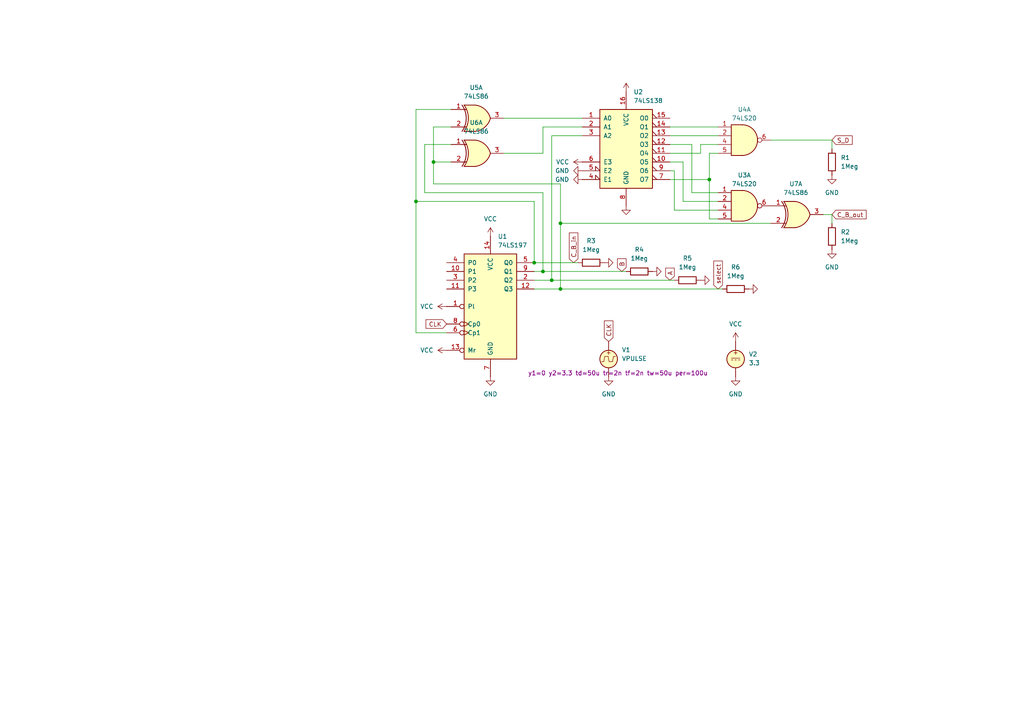
<source format=kicad_sch>
(kicad_sch (version 20250114) (generator "eeschema") (generator_version "9.0")
  (paper "A4")
  (lib_symbols
    (symbol "74xx:74LS138" (pin_names (offset 1.016))
      (property "Reference" "U" (at -7.62 11.43 0))
      (property "Value" "74LS138" (at -7.62 -13.97 0))
      (symbol "74LS138_1_0"
        (pin input line (at -12.7 7.62 0) (length 5.08) (name "A0") (number "1"))
        (pin input line (at -12.7 5.08 0) (length 5.08) (name "A1") (number "2"))
        (pin input line (at -12.7 2.54 0) (length 5.08) (name "A2") (number "3"))
        (pin input line (at -12.7 -5.08 0) (length 5.08) (name "E3") (number "6"))
        (pin input input_low (at -12.7 -7.62 0) (length 5.08) (name "E2") (number "5"))
        (pin input input_low (at -12.7 -10.16 0) (length 5.08) (name "E1") (number "4"))
        (pin power_in line (at 0 15.24 270) (length 5.08) (name "VCC") (number "16"))
        (pin power_in line (at 0 -17.78 90) (length 5.08) (name "GND") (number "8"))
        (pin output output_low (at 12.7 7.62 180) (length 5.08) (name "O0") (number "15"))
        (pin output output_low (at 12.7 5.08 180) (length 5.08) (name "O1") (number "14"))
        (pin output output_low (at 12.7 2.54 180) (length 5.08) (name "O2") (number "13"))
        (pin output output_low (at 12.7 0 180) (length 5.08) (name "O3") (number "12"))
        (pin output output_low (at 12.7 -2.54 180) (length 5.08) (name "O4") (number "11"))
        (pin output output_low (at 12.7 -5.08 180) (length 5.08) (name "O5") (number "10"))
        (pin output output_low (at 12.7 -7.62 180) (length 5.08) (name "O6") (number "9"))
        (pin output output_low (at 12.7 -10.16 180) (length 5.08) (name "O7") (number "7"))
      )
      (symbol "74LS138_1_1"
        (rectangle (start -7.62 10.16) (end 7.62 -12.7) (stroke (width 0.254)) (fill (type background)))
      )
    )
    (symbol "74xx:74LS197" (pin_names (offset 1.016))
      (property "Reference" "U" (at -7.62 16.51 0))
      (property "Value" "74LS197" (at -7.62 -16.51 0))
      (symbol "74LS197_1_0"
        (pin input line (at -12.7 12.7 0) (length 5.08) (name "P0") (number "4"))
        (pin input line (at -12.7 10.16 0) (length 5.08) (name "P1") (number "10"))
        (pin input line (at -12.7 7.62 0) (length 5.08) (name "P2") (number "3"))
        (pin input line (at -12.7 5.08 0) (length 5.08) (name "P3") (number "11"))
        (pin input inverted (at -12.7 0 0) (length 5.08) (name "Pl") (number "1"))
        (pin input inverted_clock (at -12.7 -5.08 0) (length 5.08) (name "Cp0") (number "8"))
        (pin input inverted_clock (at -12.7 -7.62 0) (length 5.08) (name "Cp1") (number "6"))
        (pin input inverted (at -12.7 -12.7 0) (length 5.08) (name "Mr") (number "13"))
        (pin power_in line (at 0 20.32 270) (length 5.08) (name "VCC") (number "14"))
        (pin power_in line (at 0 -20.32 90) (length 5.08) (name "GND") (number "7"))
        (pin output line (at 12.7 12.7 180) (length 5.08) (name "Q0") (number "5"))
        (pin output line (at 12.7 10.16 180) (length 5.08) (name "Q1") (number "9"))
        (pin output line (at 12.7 7.62 180) (length 5.08) (name "Q2") (number "2"))
        (pin output line (at 12.7 5.08 180) (length 5.08) (name "Q3") (number "12"))
      )
      (symbol "74LS197_1_1"
        (rectangle (start -7.62 15.24) (end 7.62 -15.24) (stroke (width 0.254)) (fill (type background)))
      )
    )
    (symbol "74xx:74LS20" (pin_names (offset 1.016))
      (property "Reference" "U" (at 0 1.27 0))
      (property "Value" "74LS20" (at 0 -1.27 0))
      (symbol "74LS20_1_1"
        (arc (start -0.635 4.445) (mid 3.7907 0) (end -0.635 -4.445) (stroke (width 0.254)) (fill (type background)))
        (polyline (pts (xy -0.635 4.445) (xy -3.81 4.445) (xy -3.81 -4.445) (xy -0.635 -4.445)) (stroke (width 0.254)) (fill (type background)))
        (pin input line (at -7.62 3.81 0) (length 3.81) (name "~") (number "1"))
        (pin input line (at -7.62 1.27 0) (length 3.81) (name "~") (number "2"))
        (pin input line (at -7.62 -1.27 0) (length 3.81) (name "~") (number "4"))
        (pin input line (at -7.62 -3.81 0) (length 3.81) (name "~") (number "5"))
        (pin output inverted (at 7.62 0 180) (length 3.81) (name "~") (number "6"))
      )
      (symbol "74LS20_1_2"
        (arc (start -3.81 4.445) (mid -2.5908 0) (end -3.81 -4.445) (stroke (width 0.254)))
        (polyline (pts (xy -3.81 4.445) (xy -0.635 4.445)) (stroke (width 0.254)) (fill (type background)))
        (polyline (pts (xy -3.81 -4.445) (xy -0.635 -4.445)) (stroke (width 0.254)) (fill (type background)))
        (arc (start -0.6096 4.445) (mid 2.2198 2.8385) (end 3.81 0) (stroke (width 0.254)) (fill (type background)))
        (arc (start 3.81 0) (mid 2.224 -2.8428) (end -0.6096 -4.445) (stroke (width 0.254)) (fill (type background)))
        (polyline (pts (xy -0.635 4.445) (xy -3.81 4.445) (xy -3.81 4.445) (xy -3.6322 4.0894) (xy -3.0988 2.921) (xy -2.7686 1.6764) (xy -2.6162 0.4318) (xy -2.6416 -0.8636) (xy -2.8702 -2.1082) (xy -3.2512 -3.3274) (xy -3.81 -4.445) (xy -3.81 -4.445) (xy -0.635 -4.445)) (stroke (width -25.4)) (fill (type background)))
        (pin input inverted (at -7.62 3.81 0) (length 3.81) (name "~") (number "1"))
        (pin input inverted (at -7.62 1.27 0) (length 4.826) (name "~") (number "2"))
        (pin input inverted (at -7.62 -1.27 0) (length 4.826) (name "~") (number "4"))
        (pin input inverted (at -7.62 -3.81 0) (length 3.81) (name "~") (number "5"))
        (pin output line (at 7.62 0 180) (length 3.81) (name "~") (number "6"))
      )
      (symbol "74LS20_2_1"
        (arc (start -0.635 4.445) (mid 3.7907 0) (end -0.635 -4.445) (stroke (width 0.254)) (fill (type background)))
        (polyline (pts (xy -0.635 4.445) (xy -3.81 4.445) (xy -3.81 -4.445) (xy -0.635 -4.445)) (stroke (width 0.254)) (fill (type background)))
        (pin input line (at -7.62 3.81 0) (length 3.81) (name "~") (number "9"))
        (pin input line (at -7.62 1.27 0) (length 3.81) (name "~") (number "10"))
        (pin input line (at -7.62 -1.27 0) (length 3.81) (name "~") (number "12"))
        (pin input line (at -7.62 -3.81 0) (length 3.81) (name "~") (number "13"))
        (pin output inverted (at 7.62 0 180) (length 3.81) (name "~") (number "8"))
      )
      (symbol "74LS20_2_2"
        (arc (start -3.81 4.445) (mid -2.5908 0) (end -3.81 -4.445) (stroke (width 0.254)))
        (polyline (pts (xy -3.81 4.445) (xy -0.635 4.445)) (stroke (width 0.254)) (fill (type background)))
        (polyline (pts (xy -3.81 -4.445) (xy -0.635 -4.445)) (stroke (width 0.254)) (fill (type background)))
        (arc (start -0.6096 4.445) (mid 2.2198 2.8385) (end 3.81 0) (stroke (width 0.254)) (fill (type background)))
        (arc (start 3.81 0) (mid 2.224 -2.8428) (end -0.6096 -4.445) (stroke (width 0.254)) (fill (type background)))
        (polyline (pts (xy -0.635 4.445) (xy -3.81 4.445) (xy -3.81 4.445) (xy -3.6322 4.0894) (xy -3.0988 2.921) (xy -2.7686 1.6764) (xy -2.6162 0.4318) (xy -2.6416 -0.8636) (xy -2.8702 -2.1082) (xy -3.2512 -3.3274) (xy -3.81 -4.445) (xy -3.81 -4.445) (xy -0.635 -4.445)) (stroke (width -25.4)) (fill (type background)))
        (pin input inverted (at -7.62 3.81 0) (length 3.81) (name "~") (number "9"))
        (pin input inverted (at -7.62 1.27 0) (length 4.826) (name "~") (number "10"))
        (pin input inverted (at -7.62 -1.27 0) (length 4.826) (name "~") (number "12"))
        (pin input inverted (at -7.62 -3.81 0) (length 3.81) (name "~") (number "13"))
        (pin output line (at 7.62 0 180) (length 3.81) (name "~") (number "8"))
      )
      (symbol "74LS20_3_0"
        (pin power_in line (at 0 12.7 270) (length 5.08) (name "VCC") (number "14"))
        (pin power_in line (at 0 -12.7 90) (length 5.08) (name "GND") (number "7"))
      )
      (symbol "74LS20_3_1"
        (rectangle (start -5.08 7.62) (end 5.08 -7.62) (stroke (width 0.254)) (fill (type background)))
      )
    )
    (symbol "74xx:74LS86" (pin_names (offset 1.016))
      (property "Reference" "U" (at 0 1.27 0))
      (property "Value" "74LS86" (at 0 -1.27 0))
      (symbol "74LS86_1_0"
        (arc (start -4.4196 3.81) (mid -3.2033 0) (end -4.4196 -3.81) (stroke (width 0.254)))
        (arc (start -3.81 3.81) (mid -2.589 0) (end -3.81 -3.81) (stroke (width 0.254)))
        (polyline (pts (xy -3.81 3.81) (xy -0.635 3.81)) (stroke (width 0.254)) (fill (type background)))
        (polyline (pts (xy -3.81 -3.81) (xy -0.635 -3.81)) (stroke (width 0.254)) (fill (type background)))
        (arc (start 3.81 0) (mid 2.1855 -2.584) (end -0.6096 -3.81) (stroke (width 0.254)) (fill (type background)))
        (arc (start -0.6096 3.81) (mid 2.1928 2.5924) (end 3.81 0) (stroke (width 0.254)) (fill (type background)))
        (polyline (pts (xy -0.635 3.81) (xy -3.81 3.81) (xy -3.81 3.81) (xy -3.556 3.4036) (xy -3.0226 2.2606) (xy -2.6924 1.0414) (xy -2.6162 -0.254) (xy -2.7686 -1.4986) (xy -3.175 -2.7178) (xy -3.81 -3.81) (xy -3.81 -3.81) (xy -0.635 -3.81)) (stroke (width -25.4)) (fill (type background)))
        (pin input line (at -7.62 2.54 0) (length 4.445) (name "~") (number "1"))
        (pin input line (at -7.62 -2.54 0) (length 4.445) (name "~") (number "2"))
        (pin output line (at 7.62 0 180) (length 3.81) (name "~") (number "3"))
      )
      (symbol "74LS86_1_1"
        (polyline (pts (xy -3.81 2.54) (xy -3.175 2.54)) (stroke (width 0.1524)))
        (polyline (pts (xy -3.81 -2.54) (xy -3.175 -2.54)) (stroke (width 0.1524)))
      )
      (symbol "74LS86_2_0"
        (arc (start -4.4196 3.81) (mid -3.2033 0) (end -4.4196 -3.81) (stroke (width 0.254)))
        (arc (start -3.81 3.81) (mid -2.589 0) (end -3.81 -3.81) (stroke (width 0.254)))
        (polyline (pts (xy -3.81 3.81) (xy -0.635 3.81)) (stroke (width 0.254)) (fill (type background)))
        (polyline (pts (xy -3.81 -3.81) (xy -0.635 -3.81)) (stroke (width 0.254)) (fill (type background)))
        (arc (start 3.81 0) (mid 2.1855 -2.584) (end -0.6096 -3.81) (stroke (width 0.254)) (fill (type background)))
        (arc (start -0.6096 3.81) (mid 2.1928 2.5924) (end 3.81 0) (stroke (width 0.254)) (fill (type background)))
        (polyline (pts (xy -0.635 3.81) (xy -3.81 3.81) (xy -3.81 3.81) (xy -3.556 3.4036) (xy -3.0226 2.2606) (xy -2.6924 1.0414) (xy -2.6162 -0.254) (xy -2.7686 -1.4986) (xy -3.175 -2.7178) (xy -3.81 -3.81) (xy -3.81 -3.81) (xy -0.635 -3.81)) (stroke (width -25.4)) (fill (type background)))
        (pin input line (at -7.62 2.54 0) (length 4.445) (name "~") (number "4"))
        (pin input line (at -7.62 -2.54 0) (length 4.445) (name "~") (number "5"))
        (pin output line (at 7.62 0 180) (length 3.81) (name "~") (number "6"))
      )
      (symbol "74LS86_2_1"
        (polyline (pts (xy -3.81 2.54) (xy -3.175 2.54)) (stroke (width 0.1524)))
        (polyline (pts (xy -3.81 -2.54) (xy -3.175 -2.54)) (stroke (width 0.1524)))
      )
      (symbol "74LS86_3_0"
        (arc (start -4.4196 3.81) (mid -3.2033 0) (end -4.4196 -3.81) (stroke (width 0.254)))
        (arc (start -3.81 3.81) (mid -2.589 0) (end -3.81 -3.81) (stroke (width 0.254)))
        (polyline (pts (xy -3.81 3.81) (xy -0.635 3.81)) (stroke (width 0.254)) (fill (type background)))
        (polyline (pts (xy -3.81 -3.81) (xy -0.635 -3.81)) (stroke (width 0.254)) (fill (type background)))
        (arc (start 3.81 0) (mid 2.1855 -2.584) (end -0.6096 -3.81) (stroke (width 0.254)) (fill (type background)))
        (arc (start -0.6096 3.81) (mid 2.1928 2.5924) (end 3.81 0) (stroke (width 0.254)) (fill (type background)))
        (polyline (pts (xy -0.635 3.81) (xy -3.81 3.81) (xy -3.81 3.81) (xy -3.556 3.4036) (xy -3.0226 2.2606) (xy -2.6924 1.0414) (xy -2.6162 -0.254) (xy -2.7686 -1.4986) (xy -3.175 -2.7178) (xy -3.81 -3.81) (xy -3.81 -3.81) (xy -0.635 -3.81)) (stroke (width -25.4)) (fill (type background)))
        (pin input line (at -7.62 2.54 0) (length 4.445) (name "~") (number "9"))
        (pin input line (at -7.62 -2.54 0) (length 4.445) (name "~") (number "10"))
        (pin output line (at 7.62 0 180) (length 3.81) (name "~") (number "8"))
      )
      (symbol "74LS86_3_1"
        (polyline (pts (xy -3.81 2.54) (xy -3.175 2.54)) (stroke (width 0.1524)))
        (polyline (pts (xy -3.81 -2.54) (xy -3.175 -2.54)) (stroke (width 0.1524)))
      )
      (symbol "74LS86_4_0"
        (arc (start -4.4196 3.81) (mid -3.2033 0) (end -4.4196 -3.81) (stroke (width 0.254)))
        (arc (start -3.81 3.81) (mid -2.589 0) (end -3.81 -3.81) (stroke (width 0.254)))
        (polyline (pts (xy -3.81 3.81) (xy -0.635 3.81)) (stroke (width 0.254)) (fill (type background)))
        (polyline (pts (xy -3.81 -3.81) (xy -0.635 -3.81)) (stroke (width 0.254)) (fill (type background)))
        (arc (start 3.81 0) (mid 2.1855 -2.584) (end -0.6096 -3.81) (stroke (width 0.254)) (fill (type background)))
        (arc (start -0.6096 3.81) (mid 2.1928 2.5924) (end 3.81 0) (stroke (width 0.254)) (fill (type background)))
        (polyline (pts (xy -0.635 3.81) (xy -3.81 3.81) (xy -3.81 3.81) (xy -3.556 3.4036) (xy -3.0226 2.2606) (xy -2.6924 1.0414) (xy -2.6162 -0.254) (xy -2.7686 -1.4986) (xy -3.175 -2.7178) (xy -3.81 -3.81) (xy -3.81 -3.81) (xy -0.635 -3.81)) (stroke (width -25.4)) (fill (type background)))
        (pin input line (at -7.62 2.54 0) (length 4.445) (name "~") (number "12"))
        (pin input line (at -7.62 -2.54 0) (length 4.445) (name "~") (number "13"))
        (pin output line (at 7.62 0 180) (length 3.81) (name "~") (number "11"))
      )
      (symbol "74LS86_4_1"
        (polyline (pts (xy -3.81 2.54) (xy -3.175 2.54)) (stroke (width 0.1524)))
        (polyline (pts (xy -3.81 -2.54) (xy -3.175 -2.54)) (stroke (width 0.1524)))
      )
      (symbol "74LS86_5_0"
        (pin power_in line (at 0 12.7 270) (length 5.08) (name "VCC") (number "14"))
        (pin power_in line (at 0 -12.7 90) (length 5.08) (name "GND") (number "7"))
      )
      (symbol "74LS86_5_1"
        (rectangle (start -5.08 7.62) (end 5.08 -7.62) (stroke (width 0.254)) (fill (type background)))
      )
    )
    (symbol "Device:R" (pin_numbers (hide yes)) (pin_names (offset 0))
      (property "Reference" "R" (at 2.032 0 90))
      (property "Value" "R" (at 0 0 90))
      (symbol "R_0_1"
        (rectangle (start -1.016 -2.54) (end 1.016 2.54) (stroke (width 0.254)))
      )
      (symbol "R_1_1"
        (pin passive line (at 0 3.81 270) (length 1.27) (name "~") (number "1"))
        (pin passive line (at 0 -3.81 90) (length 1.27) (name "~") (number "2"))
      )
    )
    (symbol "Simulation_SPICE:VDC" (pin_numbers (hide yes)) (pin_names (offset 0.0254))
      (property "Reference" "V" (at 2.54 2.54 0))
      (property "Value" "1" (at 2.54 0 0))
      (symbol "VDC_0_0"
        (polyline (pts (xy -1.27 0.254) (xy 1.27 0.254)))
        (polyline (pts (xy -0.762 -0.254) (xy -1.27 -0.254)))
        (polyline (pts (xy 0.254 -0.254) (xy -0.254 -0.254)))
        (polyline (pts (xy 1.27 -0.254) (xy 0.762 -0.254)))
        (text "+" (at 0 1.905 0) (effects (font (size 1.27 1.27))))
      )
      (symbol "VDC_0_1"
        (circle (center 0 0) (radius 2.54) (stroke (width 0.254)) (fill (type background)))
      )
      (symbol "VDC_1_1"
        (pin passive line (at 0 5.08 270) (length 2.54) (name "~") (number "1"))
        (pin passive line (at 0 -5.08 90) (length 2.54) (name "~") (number "2"))
      )
    )
    (symbol "Simulation_SPICE:VPULSE" (pin_numbers (hide yes)) (pin_names (offset 0.0254))
      (property "Reference" "V" (at 2.54 2.54 0))
      (property "Value" "VPULSE" (at 2.54 0 0))
      (property "Sim.Params" "y1=0 y2=1 td=2n tr=2n tf=2n tw=50n per=100n" (at 2.54 -2.54 0))
      (symbol "VPULSE_0_0"
        (polyline (pts (xy -2.032 -0.762) (xy -1.397 -0.762) (xy -1.143 0.762) (xy -0.127 0.762) (xy 0.127 -0.762) (xy 1.143 -0.762) (xy 1.397 0.762) (xy 2.032 0.762)))
        (text "+" (at 0 1.905 0) (effects (font (size 1.27 1.27))))
      )
      (symbol "VPULSE_0_1"
        (circle (center 0 0) (radius 2.54) (stroke (width 0.254)) (fill (type background)))
      )
      (symbol "VPULSE_1_1"
        (pin passive line (at 0 5.08 270) (length 2.54) (name "~") (number "1"))
        (pin passive line (at 0 -5.08 90) (length 2.54) (name "~") (number "2"))
      )
    )
    (symbol "power:GND" (power) (pin_numbers (hide yes)) (pin_names (offset 0) (hide yes))
      (property "Value" "GND" (at 0 -3.81 0))
      (symbol "GND_0_1"
        (polyline (pts (xy 0 0) (xy 0 -1.27) (xy 1.27 -1.27) (xy 0 -2.54) (xy -1.27 -1.27) (xy 0 -1.27)))
      )
      (symbol "GND_1_1"
        (pin power_in line (at 0 0 270) (length 0) (name "~") (number "1"))
      )
    )
    (symbol "power:VCC" (power) (pin_numbers (hide yes)) (pin_names (offset 0) (hide yes))
      (property "Value" "VCC" (at 0 3.556 0))
      (symbol "VCC_0_1"
        (polyline (pts (xy -0.762 1.27) (xy 0 2.54)))
        (polyline (pts (xy 0 2.54) (xy 0.762 1.27)))
        (polyline (pts (xy 0 0) (xy 0 2.54)))
      )
      (symbol "VCC_1_1"
        (pin power_in line (at 0 0 90) (length 0) (name "~") (number "1"))
      )
    )
  )
  (junction (at 162.56 83.82))
  (junction (at 205.74 52.07))
  (junction (at 157.48 78.74))
  (junction (at 162.56 64.77))
  (junction (at 125.73 46.99))
  (junction (at 120.65 58.42))
  (junction (at 160.02 81.28))
  (junction (at 154.94 76.2))
  (wire (pts (xy 160.02 81.28) (xy 195.58 81.28)))
  (wire (pts (xy 205.74 52.07) (xy 205.74 63.5)))
  (wire (pts (xy 146.05 34.29) (xy 168.91 34.29)))
  (wire (pts (xy 241.3 64.77) (xy 241.3 62.23)))
  (wire (pts (xy 125.73 46.99) (xy 125.73 53.34)))
  (wire (pts (xy 120.65 58.42) (xy 154.94 58.42)))
  (wire (pts (xy 157.48 44.45) (xy 157.48 36.83)))
  (wire (pts (xy 194.31 44.45) (xy 203.2 44.45)))
  (wire (pts (xy 205.74 63.5) (xy 208.28 63.5)))
  (wire (pts (xy 130.81 36.83) (xy 125.73 36.83)))
  (wire (pts (xy 162.56 83.82) (xy 209.55 83.82)))
  (wire (pts (xy 198.12 46.99) (xy 198.12 58.42)))
  (wire (pts (xy 123.19 55.88) (xy 123.19 41.91)))
  (wire (pts (xy 203.2 44.45) (xy 203.2 41.91)))
  (wire (pts (xy 160.02 39.37) (xy 160.02 81.28)))
  (wire (pts (xy 157.48 55.88) (xy 123.19 55.88)))
  (wire (pts (xy 241.3 43.18) (xy 241.3 40.64)))
  (wire (pts (xy 125.73 53.34) (xy 162.56 53.34)))
  (wire (pts (xy 157.48 78.74) (xy 157.48 55.88)))
  (wire (pts (xy 160.02 81.28) (xy 154.94 81.28)))
  (wire (pts (xy 200.66 55.88) (xy 208.28 55.88)))
  (wire (pts (xy 154.94 78.74) (xy 157.48 78.74)))
  (wire (pts (xy 194.31 41.91) (xy 200.66 41.91)))
  (wire (pts (xy 157.48 44.45) (xy 146.05 44.45)))
  (wire (pts (xy 162.56 64.77) (xy 162.56 83.82)))
  (wire (pts (xy 194.31 39.37) (xy 208.28 39.37)))
  (wire (pts (xy 241.3 62.23) (xy 238.76 62.23)))
  (wire (pts (xy 203.2 41.91) (xy 208.28 41.91)))
  (wire (pts (xy 168.91 39.37) (xy 160.02 39.37)))
  (wire (pts (xy 194.31 49.53) (xy 195.58 49.53)))
  (wire (pts (xy 198.12 58.42) (xy 208.28 58.42)))
  (wire (pts (xy 194.31 46.99) (xy 198.12 46.99)))
  (wire (pts (xy 154.94 76.2) (xy 154.94 58.42)))
  (wire (pts (xy 205.74 44.45) (xy 208.28 44.45)))
  (wire (pts (xy 125.73 36.83) (xy 125.73 46.99)))
  (wire (pts (xy 123.19 41.91) (xy 130.81 41.91)))
  (wire (pts (xy 194.31 36.83) (xy 208.28 36.83)))
  (wire (pts (xy 200.66 41.91) (xy 200.66 55.88)))
  (wire (pts (xy 130.81 46.99) (xy 125.73 46.99)))
  (wire (pts (xy 157.48 78.74) (xy 181.61 78.74)))
  (wire (pts (xy 120.65 96.52) (xy 129.54 96.52)))
  (wire (pts (xy 241.3 40.64) (xy 223.52 40.64)))
  (wire (pts (xy 195.58 60.96) (xy 208.28 60.96)))
  (wire (pts (xy 162.56 53.34) (xy 162.56 64.77)))
  (wire (pts (xy 162.56 64.77) (xy 223.52 64.77)))
  (wire (pts (xy 157.48 36.83) (xy 168.91 36.83)))
  (wire (pts (xy 120.65 31.75) (xy 130.81 31.75)))
  (wire (pts (xy 120.65 58.42) (xy 120.65 31.75)))
  (wire (pts (xy 205.74 52.07) (xy 205.74 44.45)))
  (wire (pts (xy 195.58 49.53) (xy 195.58 60.96)))
  (wire (pts (xy 120.65 58.42) (xy 120.65 96.52)))
  (wire (pts (xy 154.94 83.82) (xy 162.56 83.82)))
  (wire (pts (xy 194.31 52.07) (xy 205.74 52.07)))
  (wire (pts (xy 154.94 76.2) (xy 167.64 76.2)))
  (global_label "S_D" (shape input) (at 241.3 40.64 0) (property "Intersheetrefs" "${INTERSHEET_REFS}" (effects (hide yes))))
  (global_label "CLK" (shape input) (at 176.53 99.06 90) (property "Intersheetrefs" "${INTERSHEET_REFS}" (effects (hide yes))))
  (global_label "C_B_out" (shape input) (at 241.3 62.23 0) (property "Intersheetrefs" "${INTERSHEET_REFS}" (effects (hide yes))))
  (global_label "C_B_in" (shape input) (at 166.37 76.2 90) (property "Intersheetrefs" "${INTERSHEET_REFS}" (effects (hide yes))))
  (global_label "A" (shape input) (at 194.31 81.28 90) (property "Intersheetrefs" "${INTERSHEET_REFS}" (effects (hide yes))))
  (global_label "B" (shape input) (at 180.34 78.74 90) (property "Intersheetrefs" "${INTERSHEET_REFS}" (effects (hide yes))))
  (global_label "select" (shape input) (at 208.28 83.82 90) (property "Intersheetrefs" "${INTERSHEET_REFS}" (effects (hide yes))))
  (global_label "CLK" (shape input) (at 129.54 93.98 180) (property "Intersheetrefs" "${INTERSHEET_REFS}" (effects (hide yes))))
  (symbol (lib_id "Device:R") (at 171.45 76.2 90) (unit 1)
    (property "Reference" "R3" (at 171.45 69.85 90))
    (property "Value" "1Meg" (at 171.45 72.39 90))
    (property "Description" "Resistor" (effects (hide yes)))
  )
  (symbol (lib_id "power:VCC") (at 142.24 68.58 0) (unit 1)
    (property "Reference" "#PWR01" (effects (hide yes)))
    (property "Value" "VCC" (at 142.24 63.5 0))
    (property "Description" "Power symbol creates a global label with name \"VCC\"" (effects (hide yes)))
  )
  (symbol (lib_id "74xx:74LS138") (at 181.61 41.91 0) (unit 1)
    (property "Reference" "U2" (at 183.7533 26.67 0) (effects (justify left)))
    (property "Value" "74LS138" (at 183.7533 29.21 0) (effects (justify left)))
    (property "Datasheet" "http://www.ti.com/lit/gpn/sn74LS138" (effects (hide yes)))
    (property "Description" "Decoder 3 to 8 active low outputs" (effects (hide yes)))
    (property "Sim.Library" "../74LS138.lib" (effects (hide yes)))
    (property "Sim.Name" "74LS138" (effects (hide yes)))
    (property "Sim.Device" "SUBCKT" (effects (hide yes)))
    (property "Sim.Pins" "1=A 2=B 3=C 4=G2ABAR 5=G2BBAR 6=G1 7=Y7 8=GND 9=Y6 10=Y5 11=Y4 12=Y3 13=Y2 14=Y1 15=Y0 16=VCC" (effects (hide yes)))
  )
  (symbol (lib_id "Device:R") (at 185.42 78.74 90) (unit 1)
    (property "Reference" "R4" (at 185.42 72.39 90))
    (property "Value" "1Meg" (at 185.42 74.93 90))
    (property "Description" "Resistor" (effects (hide yes)))
  )
  (symbol (lib_id "power:GND") (at 142.24 109.22 0) (unit 1)
    (property "Reference" "#PWR05" (effects (hide yes)))
    (property "Value" "GND" (at 142.24 114.3 0))
    (property "Description" "Power symbol creates a global label with name \"GND\" , ground" (effects (hide yes)))
  )
  (symbol (lib_id "power:GND") (at 213.36 109.22 0) (unit 1)
    (property "Reference" "#PWR06" (effects (hide yes)))
    (property "Value" "GND" (at 213.36 114.3 0))
    (property "Description" "Power symbol creates a global label with name \"GND\" , ground" (effects (hide yes)))
  )
  (symbol (lib_id "Simulation_SPICE:VDC") (at 213.36 104.14 0) (unit 1)
    (property "Reference" "V2" (at 217.17 102.7401 0) (effects (justify left)))
    (property "Value" "3.3" (at 217.17 105.2801 0) (effects (justify left)))
    (property "Datasheet" "https://ngspice.sourceforge.io/docs/ngspice-html-manual/manual.xhtml#sec_Independent_Sources_for" (effects (hide yes)))
    (property "Description" "Voltage source, DC" (effects (hide yes)))
    (property "Sim.Pins" "1=+ 2=-" (effects (hide yes)))
    (property "Sim.Type" "DC" (effects (hide yes)))
    (property "Sim.Device" "V" (effects (hide yes)))
  )
  (symbol (lib_id "Device:R") (at 199.39 81.28 90) (unit 1)
    (property "Reference" "R5" (at 199.39 74.93 90))
    (property "Value" "1Meg" (at 199.39 77.47 90))
    (property "Description" "Resistor" (effects (hide yes)))
  )
  (symbol (lib_id "power:GND") (at 217.17 83.82 90) (unit 1)
    (property "Reference" "#PWR018" (effects (hide yes)))
    (property "Value" "GND" (effects (hide yes)))
    (property "Description" "Power symbol creates a global label with name \"GND\" , ground" (effects (hide yes)))
  )
  (symbol (lib_id "power:GND") (at 168.91 52.07 270) (unit 1)
    (property "Reference" "#PWR012" (effects (hide yes)))
    (property "Value" "GND" (at 165.1 52.0699 90) (effects (justify right)))
    (property "Description" "Power symbol creates a global label with name \"GND\" , ground" (effects (hide yes)))
  )
  (symbol (lib_id "power:GND") (at 203.2 81.28 90) (unit 1)
    (property "Reference" "#PWR017" (effects (hide yes)))
    (property "Value" "GND" (effects (hide yes)))
    (property "Description" "Power symbol creates a global label with name \"GND\" , ground" (effects (hide yes)))
  )
  (symbol (lib_id "74xx:74LS20") (at 215.9 59.69 0) (unit 1)
    (property "Reference" "U3" (at 215.8903 50.8 0))
    (property "Value" "74LS20" (at 215.8903 53.34 0))
    (property "Datasheet" "http://www.ti.com/lit/gpn/sn74LS20" (effects (hide yes)))
    (property "Description" "Dual 4-input NAND" (effects (hide yes)))
    (property "Sim.Library" "../74LS20.lib" (effects (hide yes)))
    (property "Sim.Name" "74LS20" (effects (hide yes)))
    (property "Sim.Device" "SUBCKT" (effects (hide yes)))
    (property "Sim.Pins" "1=1A 2=1B 4=1C 5=1D 6=1Y" (effects (hide yes)))
  )
  (symbol (lib_id "power:VCC") (at 168.91 46.99 90) (unit 1)
    (property "Reference" "#PWR08" (effects (hide yes)))
    (property "Value" "VCC" (at 165.1 46.9899 90) (effects (justify left)))
    (property "Description" "Power symbol creates a global label with name \"VCC\"" (effects (hide yes)))
  )
  (symbol (lib_id "power:GND") (at 175.26 76.2 90) (unit 1)
    (property "Reference" "#PWR015" (effects (hide yes)))
    (property "Value" "GND" (effects (hide yes)))
    (property "Description" "Power symbol creates a global label with name \"GND\" , ground" (effects (hide yes)))
  )
  (symbol (lib_id "74xx:74LS86") (at 231.14 62.23 0) (unit 1)
    (property "Reference" "U7" (at 230.8352 53.34 0))
    (property "Value" "74LS86" (at 230.8352 55.88 0))
    (property "Datasheet" "74xx/74ls86.pdf" (effects (hide yes)))
    (property "Description" "Quad 2-input XOR" (effects (hide yes)))
    (property "Sim.Library" "../74LS86.lib" (effects (hide yes)))
    (property "Sim.Name" "74LS86" (effects (hide yes)))
    (property "Sim.Device" "SUBCKT" (effects (hide yes)))
    (property "Sim.Pins" "1=A1 2=B1 3=Y1" (effects (hide yes)))
  )
  (symbol (lib_id "power:GND") (at 241.3 72.39 0) (unit 1)
    (property "Reference" "#PWR014" (effects (hide yes)))
    (property "Value" "GND" (at 241.3 77.47 0))
    (property "Description" "Power symbol creates a global label with name \"GND\" , ground" (effects (hide yes)))
  )
  (symbol (lib_id "Simulation_SPICE:VPULSE") (at 176.53 104.14 0) (unit 1)
    (property "Reference" "V1" (at 180.34 101.4701 0) (effects (justify left)))
    (property "Value" "VPULSE" (at 180.34 104.0101 0) (effects (justify left)))
    (property "Datasheet" "https://ngspice.sourceforge.io/docs/ngspice-html-manual/manual.xhtml#sec_Independent_Sources_for" (effects (hide yes)))
    (property "Description" "Voltage source, pulse" (effects (hide yes)))
    (property "Sim.Pins" "1=+ 2=-" (effects (hide yes)))
    (property "Sim.Type" "PULSE" (effects (hide yes)))
    (property "Sim.Device" "V" (effects (hide yes)))
    (property "Sim.Params" "y1=0 y2=3.3 td=50u tr=2n tf=2n tw=50u per=100u" (at 153.162 108.204 0) (effects (justify left)))
  )
  (symbol (lib_id "74xx:74LS86") (at 138.43 34.29 0) (unit 1)
    (property "Reference" "U5" (at 138.1252 25.4 0))
    (property "Value" "74LS86" (at 138.1252 27.94 0))
    (property "Datasheet" "74xx/74ls86.pdf" (effects (hide yes)))
    (property "Description" "Quad 2-input XOR" (effects (hide yes)))
    (property "Sim.Library" "../74LS86.lib" (effects (hide yes)))
    (property "Sim.Name" "74LS86" (effects (hide yes)))
    (property "Sim.Device" "SUBCKT" (effects (hide yes)))
    (property "Sim.Pins" "1=A1 2=B1 3=Y1" (effects (hide yes)))
  )
  (symbol (lib_id "power:VCC") (at 213.36 99.06 0) (unit 1)
    (property "Reference" "#PWR03" (effects (hide yes)))
    (property "Value" "VCC" (at 213.36 93.98 0))
    (property "Description" "Power symbol creates a global label with name \"VCC\"" (effects (hide yes)))
  )
  (symbol (lib_id "power:GND") (at 181.61 59.69 0) (unit 1)
    (property "Reference" "#PWR09" (effects (hide yes)))
    (property "Value" "GND" (effects (hide yes)))
    (property "Description" "Power symbol creates a global label with name \"GND\" , ground" (effects (hide yes)))
  )
  (symbol (lib_id "power:GND") (at 241.3 50.8 0) (unit 1)
    (property "Reference" "#PWR013" (effects (hide yes)))
    (property "Value" "GND" (at 241.3 55.88 0))
    (property "Description" "Power symbol creates a global label with name \"GND\" , ground" (effects (hide yes)))
  )
  (symbol (lib_id "Device:R") (at 213.36 83.82 90) (unit 1)
    (property "Reference" "R6" (at 213.36 77.47 90))
    (property "Value" "1Meg" (at 213.36 80.01 90))
    (property "Description" "Resistor" (effects (hide yes)))
  )
  (symbol (lib_id "power:GND") (at 176.53 109.22 0) (unit 1)
    (property "Reference" "#PWR07" (effects (hide yes)))
    (property "Value" "GND" (at 176.53 114.3 0))
    (property "Description" "Power symbol creates a global label with name \"GND\" , ground" (effects (hide yes)))
  )
  (symbol (lib_id "power:GND") (at 189.23 78.74 90) (unit 1)
    (property "Reference" "#PWR016" (effects (hide yes)))
    (property "Value" "GND" (effects (hide yes)))
    (property "Description" "Power symbol creates a global label with name \"GND\" , ground" (effects (hide yes)))
  )
  (symbol (lib_id "74xx:74LS86") (at 138.43 44.45 0) (unit 1)
    (property "Reference" "U6" (at 138.1252 35.56 0))
    (property "Value" "74LS86" (at 138.1252 38.1 0))
    (property "Datasheet" "74xx/74ls86.pdf" (effects (hide yes)))
    (property "Description" "Quad 2-input XOR" (effects (hide yes)))
    (property "Sim.Library" "../74LS86.lib" (effects (hide yes)))
    (property "Sim.Name" "74LS86" (effects (hide yes)))
    (property "Sim.Device" "SUBCKT" (effects (hide yes)))
    (property "Sim.Pins" "1=A1 2=B1 3=Y1" (effects (hide yes)))
  )
  (symbol (lib_id "74xx:74LS197") (at 142.24 88.9 0) (unit 1)
    (property "Reference" "U1" (at 144.3833 68.58 0) (effects (justify left)))
    (property "Value" "74LS197" (at 144.3833 71.12 0) (effects (justify left)))
    (property "Datasheet" "http://www.ti.com/lit/gpn/sn74LS197" (effects (hide yes)))
    (property "Description" "4 (3+1)-bit presettable binary counter" (effects (hide yes)))
    (property "Sim.Library" "../74LS197.lib" (effects (hide yes)))
    (property "Sim.Name" "74LS197" (effects (hide yes)))
    (property "Sim.Device" "SUBCKT" (effects (hide yes)))
    (property "Sim.Pins" "1=LOADBAR 2=QC 3=C 4=A 5=QA 6=CLK2 7=DGND 8=CLK1 9=QB 10=B 11=D 12=QD 13=CLRBAR 14=DPWR" (effects (hide yes)))
  )
  (symbol (lib_id "Device:R") (at 241.3 46.99 0) (unit 1)
    (property "Reference" "R1" (at 243.84 45.7199 0) (effects (justify left)))
    (property "Value" "1Meg" (at 243.84 48.2599 0) (effects (justify left)))
    (property "Description" "Resistor" (effects (hide yes)))
  )
  (symbol (lib_id "Device:R") (at 241.3 68.58 0) (unit 1)
    (property "Reference" "R2" (at 243.84 67.3099 0) (effects (justify left)))
    (property "Value" "1Meg" (at 243.84 69.8499 0) (effects (justify left)))
    (property "Description" "Resistor" (effects (hide yes)))
  )
  (symbol (lib_id "power:GND") (at 168.91 49.53 270) (unit 1)
    (property "Reference" "#PWR011" (effects (hide yes)))
    (property "Value" "GND" (at 165.1 49.5299 90) (effects (justify right)))
    (property "Description" "Power symbol creates a global label with name \"GND\" , ground" (effects (hide yes)))
  )
  (symbol (lib_id "power:VCC") (at 129.54 101.6 90) (unit 1)
    (property "Reference" "#PWR04" (effects (hide yes)))
    (property "Value" "VCC" (at 125.73 101.5999 90) (effects (justify left)))
    (property "Description" "Power symbol creates a global label with name \"VCC\"" (effects (hide yes)))
  )
  (symbol (lib_id "power:VCC") (at 181.61 26.67 0) (unit 1)
    (property "Reference" "#PWR010" (effects (hide yes)))
    (property "Value" "VCC" (effects (hide yes)))
    (property "Description" "Power symbol creates a global label with name \"VCC\"" (effects (hide yes)))
  )
  (symbol (lib_id "74xx:74LS20") (at 215.9 40.64 0) (unit 1)
    (property "Reference" "U4" (at 215.8903 31.75 0))
    (property "Value" "74LS20" (at 215.8903 34.29 0))
    (property "Datasheet" "http://www.ti.com/lit/gpn/sn74LS20" (effects (hide yes)))
    (property "Description" "Dual 4-input NAND" (effects (hide yes)))
    (property "Sim.Library" "../74LS20.lib" (effects (hide yes)))
    (property "Sim.Name" "74LS20" (effects (hide yes)))
    (property "Sim.Device" "SUBCKT" (effects (hide yes)))
    (property "Sim.Pins" "1=1A 2=1B 4=1C 5=1D 6=1Y" (effects (hide yes)))
  )
  (symbol (lib_id "power:VCC") (at 129.54 88.9 90) (unit 1)
    (property "Reference" "#PWR02" (effects (hide yes)))
    (property "Value" "VCC" (at 125.73 88.8999 90) (effects (justify left)))
    (property "Description" "Power symbol creates a global label with name \"VCC\"" (effects (hide yes)))
  )
)
</source>
